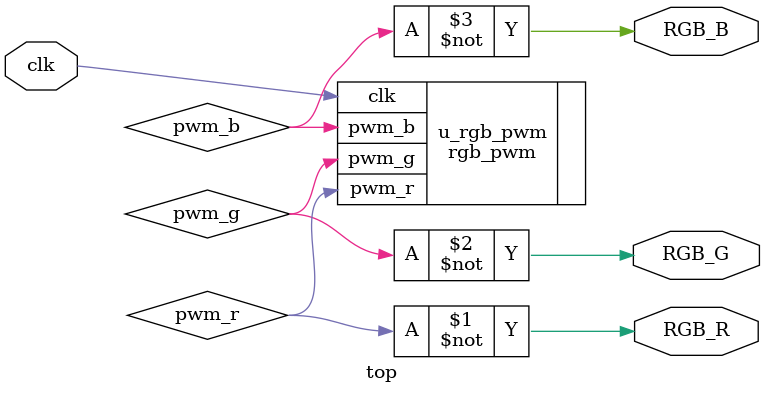
<source format=sv>
`include "mp2.sv"


module top #(
    parameter CLK_FREQ     = 12000000,     // 12MHz clock
    parameter PWM_INTERVAL = 255           // 8-bit PWM resolution
)(
    input  logic clk,                      // Connected to pin 20
    output logic RGB_R,                    // Connected to pin 41 (active low)
    output logic RGB_G,                    // Connected to pin 40 (active low)
    output logic RGB_B                     // Connected to pin 39 (active low)
);

    logic pwm_r, pwm_g, pwm_b;

    rgb_pwm #(
        .CLK_FREQ     (CLK_FREQ),
        .PWM_INTERVAL (PWM_INTERVAL)
    ) u_rgb_pwm (
        .clk    (clk),
        .pwm_r  (pwm_r),
        .pwm_g  (pwm_g),
        .pwm_b  (pwm_b)
    );

    // Active-low LED outputs
    assign RGB_R = ~pwm_r;
    assign RGB_G = ~pwm_g;
    assign RGB_B = ~pwm_b;

endmodule
</source>
